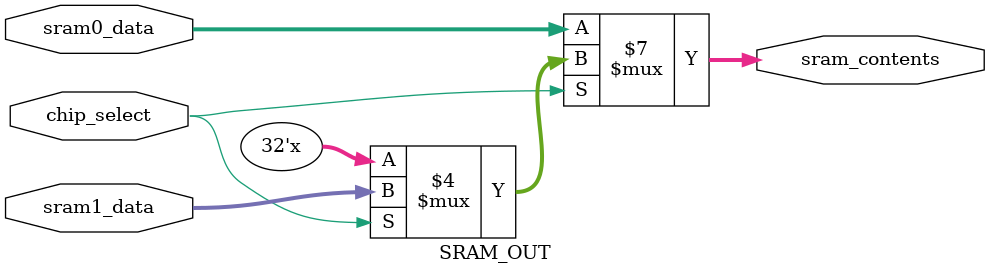
<source format=v>
`default_nettype  none
`include "sky130_sram_1kbyte_1rw1r_32x256_8.v"

module SRAM_IN (
    input clk_in,
    input [54:0] packet,
    
    //SRAM0
    //RW Port
    output reg mgmt_ena0, 
    output reg mgmt_wen0, 
    output reg [3:0] mgmt_wen_mask0,  
    output reg [7:0] mgmt_addr0,
    output reg [31:0] mgmt_wdata0,

    //RO Port
    output reg mgmt_ena_ro0,
    output reg [7:0] mgmt_addr_ro0,

    //SRAM1
    output reg mgmt_ena1, 
    output reg mgmt_wen1, 
    output reg [3:0] mgmt_wen_mask1,  
    output reg [7:0] mgmt_addr1,
    output reg [31:0] mgmt_wdata1,

    //RO Port
    output reg mgmt_ena_ro1,
    output reg [7:0] mgmt_addr_ro1
);

reg [54:0] in_packet;
reg chip_select;

always @(packet) begin
    in_packet <= packet[54:0];
    chip_select <= packet[55];
end

//Forward input bits to proper SRAM and
//0's to other SRAM pins
always @(in_packet, chip_select) begin
    case(chip_select)
    1'b0 : begin
            mgmt_ena0 <= in_packet[54];
            mgmt_wen0 <= in_packet[53];
            mgmt_wen_mask0 <= in_packet[52:49];
            mgmt_addr0 <= in_packet[48:41];
            mgmt_wdata0 = in_packet[40:9];
            mgmt_ena_ro0 = in_packet[8];
            mgmt_addr_ro0 = in_packet[7:0];

            mgmt_ena1 <= 1'b0;
            mgmt_wen1 <= 1'b0;
            mgmt_wen_mask1 <= 4'b0000;
            mgmt_addr1 <= 8'd0;
            mgmt_wdata1 = 32'd0;
            mgmt_ena_ro1 = 1'b0;
            mgmt_addr_ro1 = 8'd0;
        end 

        1'b1 : begin
            mgmt_ena1 <= in_packet[54];
            mgmt_wen1 <= in_packet[53];
            mgmt_wen_mask1 <= in_packet[52:49];
            mgmt_addr1 <= in_packet[48:41];
            mgmt_wdata1 = in_packet[40:9];
            mgmt_ena_ro1 = in_packet[8];
            mgmt_addr_ro1 = in_packet[7:0];

            mgmt_ena0 <= 1'b0;
            mgmt_wen0 <= 1'b0;
            mgmt_wen_mask0 <= 4'b0000;
            mgmt_addr0 <= 8'd0;
            mgmt_wdata0 = 32'd0;
            mgmt_ena_ro0 = 1'b0;
            mgmt_addr_ro0 = 8'd0;
        end

    endcase

end
endmodule

module SRAM_OUT(
    input chip_select,
    input [31:0] sram0_data,
    input [31:0] sram1_data,
    output reg [31:0] sram_contents
);

//Mux read values from different SRAMS
//and send to picorv
always @(sram0_data, sram1_data) begin
    if(chip_select == 0)
        sram_contents <= sram0_data;
    else if(chip_select == 1)
        sram_contents <= sram1_data;
end
endmodule
`default_nettype wire 
</source>
